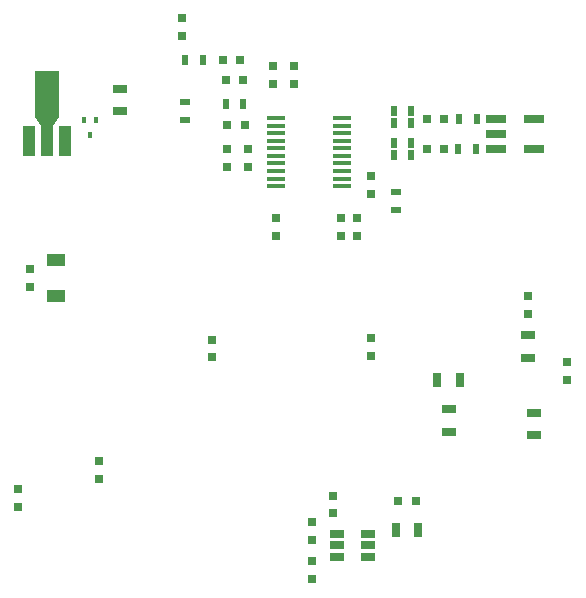
<source format=gbr>
G04 #@! TF.FileFunction,Paste,Top*
%FSLAX46Y46*%
G04 Gerber Fmt 4.6, Leading zero omitted, Abs format (unit mm)*
G04 Created by KiCad (PCBNEW 4.0.6) date Thursday, June 15, 2017 'PMt' 05:18:36 PM*
%MOMM*%
%LPD*%
G01*
G04 APERTURE LIST*
%ADD10C,0.100000*%
%ADD11R,1.300000X0.700000*%
%ADD12R,0.750000X0.800000*%
%ADD13R,1.000760X2.501900*%
%ADD14R,1.998980X4.000500*%
%ADD15R,0.400000X0.510000*%
%ADD16R,1.600000X1.000000*%
%ADD17R,0.800000X0.750000*%
%ADD18R,0.500000X0.900000*%
%ADD19R,0.900000X0.500000*%
%ADD20R,0.700000X1.300000*%
%ADD21R,1.651000X0.762000*%
%ADD22R,1.220000X0.650000*%
%ADD23R,1.524000X0.380000*%
G04 APERTURE END LIST*
D10*
D11*
X136657000Y-61854000D03*
X136657000Y-63754000D03*
D12*
X141859000Y-57392000D03*
X141859000Y-55892000D03*
D13*
X128927860Y-66233040D03*
X130429000Y-66233040D03*
X131930140Y-66233040D03*
D14*
X130429000Y-62280800D03*
D10*
G36*
X131429760Y-64255650D02*
X130929380Y-65004950D01*
X129928620Y-65004950D01*
X129428240Y-64255650D01*
X131429760Y-64255650D01*
X131429760Y-64255650D01*
G37*
D15*
X134612000Y-64501000D03*
X133612000Y-64501000D03*
X134112000Y-65801000D03*
D16*
X131191000Y-79351000D03*
X131191000Y-76351000D03*
D12*
X129032000Y-78601000D03*
X129032000Y-77101000D03*
X128016000Y-97270000D03*
X128016000Y-95770000D03*
X134874000Y-93357000D03*
X134874000Y-94857000D03*
X144399000Y-84582000D03*
X144399000Y-83082000D03*
X157861000Y-84431000D03*
X157861000Y-82931000D03*
X174498000Y-86475000D03*
X174498000Y-84975000D03*
X171196000Y-80887000D03*
X171196000Y-79387000D03*
D17*
X147181000Y-64897000D03*
X145681000Y-64897000D03*
X162584000Y-64389000D03*
X164084000Y-64389000D03*
D12*
X145669000Y-66941000D03*
X145669000Y-68441000D03*
X147447000Y-66941000D03*
X147447000Y-68441000D03*
D17*
X162584000Y-66929000D03*
X164084000Y-66929000D03*
D12*
X157861000Y-69227000D03*
X157861000Y-70727000D03*
X156718000Y-72795000D03*
X156718000Y-74295000D03*
X149860000Y-72771000D03*
X149860000Y-74271000D03*
X155321000Y-72771000D03*
X155321000Y-74271000D03*
X152908000Y-103354000D03*
X152908000Y-101854000D03*
X152908000Y-100064000D03*
X152908000Y-98564000D03*
D17*
X161659000Y-96774000D03*
X160159000Y-96774000D03*
D12*
X154686000Y-97790000D03*
X154686000Y-96290000D03*
D17*
X147054000Y-61087000D03*
X145554000Y-61087000D03*
X145300000Y-59436000D03*
X146800000Y-59436000D03*
D12*
X151384000Y-59956000D03*
X151384000Y-61456000D03*
X149606000Y-61456000D03*
X149606000Y-59956000D03*
D18*
X142125000Y-59436000D03*
X143625000Y-59436000D03*
X145554000Y-63119000D03*
X147054000Y-63119000D03*
X159790000Y-63754000D03*
X161290000Y-63754000D03*
X159790000Y-67437000D03*
X161290000Y-67437000D03*
D19*
X160020000Y-70624000D03*
X160020000Y-72124000D03*
D20*
X163500038Y-86531340D03*
X165400038Y-86531340D03*
D11*
X164465000Y-88966000D03*
X164465000Y-90866000D03*
X171196000Y-84621340D03*
X171196000Y-82721340D03*
D18*
X165354000Y-64389000D03*
X166854000Y-64389000D03*
D11*
X171704000Y-91181000D03*
X171704000Y-89281000D03*
D18*
X161278000Y-64770000D03*
X159778000Y-64770000D03*
X161290000Y-66421000D03*
X159790000Y-66421000D03*
X165239000Y-66929000D03*
X166739000Y-66929000D03*
D20*
X159959000Y-99187000D03*
X161859000Y-99187000D03*
D19*
X142113000Y-63004000D03*
X142113000Y-64504000D03*
D21*
X171640500Y-64389000D03*
X168465500Y-64389000D03*
X168465500Y-65659000D03*
X171640500Y-66929000D03*
X168465500Y-66929000D03*
D22*
X157607000Y-101455124D03*
X157607000Y-100505124D03*
X157607000Y-99555124D03*
X154987000Y-99555124D03*
X154987000Y-100505124D03*
X154987000Y-101455124D03*
D23*
X149859000Y-64325500D03*
X155449000Y-64325500D03*
X149859000Y-64965500D03*
X155449000Y-64965500D03*
X149859000Y-65605500D03*
X155449000Y-65605500D03*
X149859000Y-66245500D03*
X155449000Y-66245500D03*
X149859000Y-66885500D03*
X155449000Y-66885500D03*
X149859000Y-67525500D03*
X155449000Y-67525500D03*
X149859000Y-68165500D03*
X155449000Y-68165500D03*
X149859000Y-68805500D03*
X155449000Y-68805500D03*
X149859000Y-69445500D03*
X155449000Y-69445500D03*
X149859000Y-70085500D03*
X155449000Y-70085500D03*
M02*

</source>
